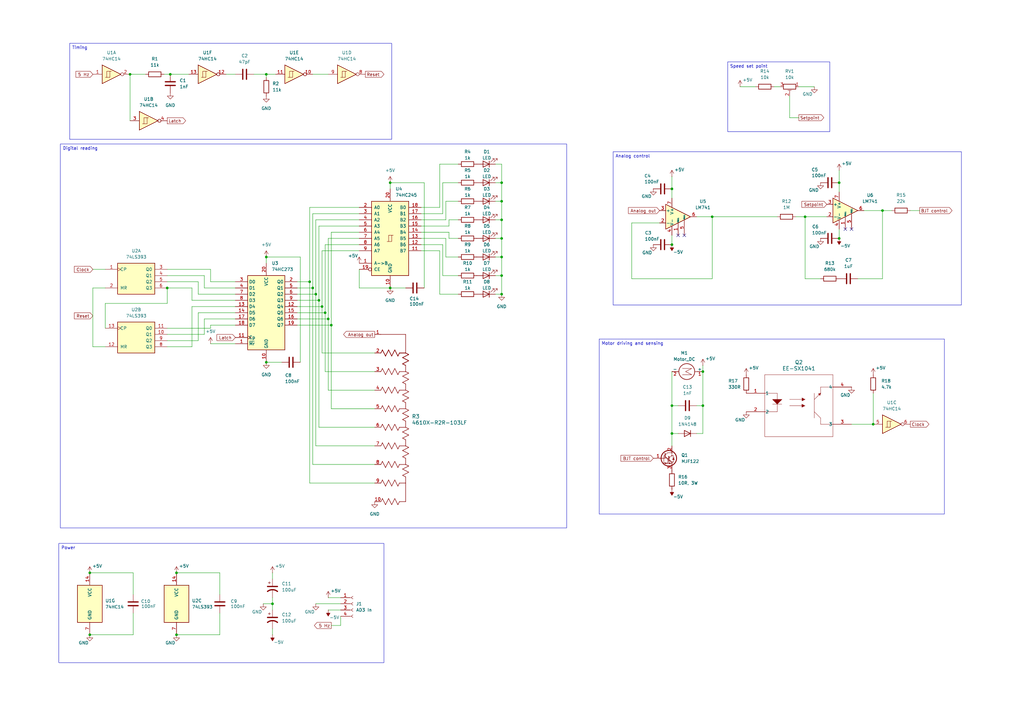
<source format=kicad_sch>
(kicad_sch (version 20250114) (generator "eeschema") (generator_version "9.0")
  (paper "A3")
  (title_block (title "ENPH-259-Servo") (date "2024-12-25") (rev "1") (company "George Sleen"))
  (text_box "Digital reading" (at 24.765 59.055 0) (size 207.645 157.48) (margins 0.9525 0.9525 0.9525 0.9525) (effects (font (size 1.27 1.27)) (justify left top)))
  (text_box "Motor driving and sensing\n" (at 245.745 139.065 0) (size 141.605 71.755) (margins 0.9525 0.9525 0.9525 0.9525) (effects (font (size 1.27 1.27)) (justify left top)))
  (text_box "Power" (at 24.13 222.885 0) (size 133.35 48.895) (margins 0.9525 0.9525 0.9525 0.9525) (effects (font (size 1.27 1.27)) (justify left top)))
  (text_box "Speed set point" (at 298.45 25.4 0) (size 41.91 28.575) (margins 0.9525 0.9525 0.9525 0.9525) (effects (font (size 1.27 1.27)) (justify left top)))
  (text_box "Analog control\n" (at 251.46 62.23 0) (size 142.875 62.865) (margins 0.9525 0.9525 0.9525 0.9525) (effects (font (size 1.27 1.27)) (justify left top)))
  (text_box "Timing" (at 28.575 17.78 0) (size 132.08 39.37) (margins 0.9525 0.9525 0.9525 0.9525) (effects (font (size 1.27 1.27)) (justify left top)))
  (junction (at 205.74 90.17))
  (junction (at 205.74 105.41))
  (junction (at 111.76 247.65))
  (junction (at 292.1 88.9))
  (junction (at 53.34 30.48))
  (junction (at 275.59 166.37))
  (junction (at 133.35 128.27))
  (junction (at 72.39 260.35))
  (junction (at 127 115.57))
  (junction (at 36.83 260.35))
  (junction (at 160.02 74.93))
  (junction (at 358.14 173.99))
  (junction (at 330.2 88.9))
  (junction (at 132.08 125.73))
  (junction (at 68.58 118.11))
  (junction (at 135.89 133.35))
  (junction (at 129.54 120.65))
  (junction (at 69.85 30.48))
  (junction (at 344.17 97.79))
  (junction (at 275.59 77.47))
  (junction (at 134.62 130.81))
  (junction (at 361.95 86.36))
  (junction (at 130.81 123.19))
  (junction (at 275.59 100.33))
  (junction (at 275.59 177.8))
  (junction (at 205.74 82.55))
  (junction (at 109.22 105.41))
  (junction (at 205.74 74.93))
  (junction (at 109.22 148.59))
  (junction (at 72.39 234.95))
  (junction (at 128.27 118.11))
  (junction (at 36.83 234.95))
  (junction (at 205.74 120.65))
  (junction (at 288.29 152.4))
  (junction (at 205.74 113.03))
  (junction (at 344.17 74.93))
  (junction (at 160.02 118.11))
  (junction (at 109.22 30.48))
  (junction (at 288.29 166.37))
  (junction (at 205.74 97.79))
  (no_connect (at 280.67 96.52))
  (no_connect (at 346.71 93.98))
  (no_connect (at 278.13 96.52))
  (no_connect (at 349.25 93.98))
  (wire (pts (xy 139.7 256.54) (xy 139.7 252.73)))
  (wire (pts (xy 317.5 35.56) (xy 320.04 35.56)))
  (wire (pts (xy 68.58 142.24) (xy 78.74 142.24)))
  (wire (pts (xy 259.08 114.3) (xy 292.1 114.3)))
  (wire (pts (xy 68.58 139.7) (xy 81.28 139.7)))
  (wire (pts (xy 205.74 120.65) (xy 203.2 120.65)))
  (wire (pts (xy 147.32 90.17) (xy 129.54 90.17)))
  (wire (pts (xy 184.15 97.79) (xy 184.15 95.25)))
  (wire (pts (xy 147.32 92.71) (xy 130.81 92.71)))
  (wire (pts (xy 205.74 82.55) (xy 205.74 90.17)))
  (wire (pts (xy 129.54 182.88) (xy 153.67 182.88)))
  (wire (pts (xy 181.61 87.63) (xy 172.72 87.63)))
  (wire (pts (xy 134.62 97.79) (xy 147.32 97.79)))
  (wire (pts (xy 127 85.09) (xy 127 115.57)))
  (wire (pts (xy 107.95 247.65) (xy 111.76 247.65)))
  (wire (pts (xy 205.74 105.41) (xy 205.74 113.03)))
  (wire (pts (xy 288.29 149.86) (xy 288.29 152.4)))
  (wire (pts (xy 68.58 115.57) (xy 81.28 115.57)))
  (wire (pts (xy 180.34 85.09) (xy 180.34 67.31)))
  (wire (pts (xy 86.36 115.57) (xy 96.52 115.57)))
  (wire (pts (xy 172.72 92.71) (xy 184.15 92.71)))
  (wire (pts (xy 303.53 35.56) (xy 309.88 35.56)))
  (wire (pts (xy 275.59 166.37) (xy 275.59 177.8)))
  (wire (pts (xy 129.54 120.65) (xy 129.54 182.88)))
  (wire (pts (xy 38.1 118.11) (xy 38.1 142.24)))
  (wire (pts (xy 133.35 100.33) (xy 133.35 128.27)))
  (wire (pts (xy 133.35 100.33) (xy 147.32 100.33)))
  (wire (pts (xy 129.54 247.65) (xy 139.7 247.65)))
  (wire (pts (xy 54.61 251.46) (xy 54.61 260.35)))
  (wire (pts (xy 344.17 97.79) (xy 344.17 93.98)))
  (wire (pts (xy 83.82 118.11) (xy 96.52 118.11)))
  (wire (pts (xy 135.89 133.35) (xy 135.89 167.64)))
  (wire (pts (xy 275.59 100.33) (xy 275.59 96.52)))
  (wire (pts (xy 135.89 167.64) (xy 153.67 167.64)))
  (wire (pts (xy 184.15 92.71) (xy 184.15 90.17)))
  (wire (pts (xy 133.35 128.27) (xy 133.35 152.4)))
  (wire (pts (xy 54.61 234.95) (xy 54.61 243.84)))
  (wire (pts (xy 147.32 85.09) (xy 127 85.09)))
  (wire (pts (xy 68.58 124.46) (xy 43.18 124.46)))
  (wire (pts (xy 109.22 105.41) (xy 123.19 105.41)))
  (wire (pts (xy 134.62 160.02) (xy 134.62 130.81)))
  (wire (pts (xy 361.95 86.36) (xy 361.95 114.3)))
  (wire (pts (xy 135.89 256.54) (xy 139.7 256.54)))
  (wire (pts (xy 187.96 74.93) (xy 181.61 74.93)))
  (wire (pts (xy 181.61 74.93) (xy 181.61 87.63)))
  (wire (pts (xy 205.74 113.03) (xy 205.74 120.65)))
  (wire (pts (xy 68.58 118.11) (xy 68.58 124.46)))
  (wire (pts (xy 129.54 90.17) (xy 129.54 120.65)))
  (wire (pts (xy 205.74 97.79) (xy 203.2 97.79)))
  (wire (pts (xy 81.28 128.27) (xy 96.52 128.27)))
  (wire (pts (xy 205.74 67.31) (xy 205.74 74.93)))
  (wire (pts (xy 68.58 118.11) (xy 78.74 118.11)))
  (wire (pts (xy 38.1 142.24) (xy 43.18 142.24)))
  (wire (pts (xy 205.74 74.93) (xy 205.74 82.55)))
  (wire (pts (xy 275.59 77.47) (xy 275.59 81.28)))
  (wire (pts (xy 288.29 166.37) (xy 288.29 177.8)))
  (wire (pts (xy 292.1 88.9) (xy 318.77 88.9)))
  (wire (pts (xy 78.74 123.19) (xy 96.52 123.19)))
  (wire (pts (xy 83.82 113.03) (xy 83.82 118.11)))
  (wire (pts (xy 128.27 118.11) (xy 121.92 118.11)))
  (wire (pts (xy 270.51 91.44) (xy 259.08 91.44)))
  (wire (pts (xy 330.2 114.3) (xy 336.55 114.3)))
  (wire (pts (xy 182.88 82.55) (xy 187.96 82.55)))
  (wire (pts (xy 275.59 166.37) (xy 278.13 166.37)))
  (wire (pts (xy 81.28 139.7) (xy 81.28 128.27)))
  (wire (pts (xy 172.72 102.87) (xy 180.34 102.87)))
  (wire (pts (xy 132.08 125.73) (xy 132.08 102.87)))
  (wire (pts (xy 184.15 90.17) (xy 187.96 90.17)))
  (wire (pts (xy 205.74 97.79) (xy 205.74 105.41)))
  (wire (pts (xy 275.59 152.4) (xy 275.59 166.37)))
  (wire (pts (xy 83.82 130.81) (xy 96.52 130.81)))
  (wire (pts (xy 147.32 87.63) (xy 128.27 87.63)))
  (wire (pts (xy 127 115.57) (xy 121.92 115.57)))
  (wire (pts (xy 111.76 237.49) (xy 111.76 234.95)))
  (wire (pts (xy 326.39 88.9) (xy 330.2 88.9)))
  (wire (pts (xy 377.19 86.36) (xy 373.38 86.36)))
  (wire (pts (xy 68.58 113.03) (xy 83.82 113.03)))
  (wire (pts (xy 275.59 177.8) (xy 275.59 182.88)))
  (wire (pts (xy 205.74 74.93) (xy 203.2 74.93)))
  (wire (pts (xy 81.28 115.57) (xy 81.28 120.65)))
  (wire (pts (xy 77.47 30.48) (xy 69.85 30.48)))
  (wire (pts (xy 127 115.57) (xy 127 198.12)))
  (wire (pts (xy 180.34 102.87) (xy 180.34 120.65)))
  (wire (pts (xy 111.76 245.11) (xy 111.76 247.65)))
  (wire (pts (xy 160.02 74.93) (xy 160.02 77.47)))
  (wire (pts (xy 86.36 134.62) (xy 86.36 133.35)))
  (wire (pts (xy 285.75 166.37) (xy 288.29 166.37)))
  (wire (pts (xy 288.29 177.8) (xy 285.75 177.8)))
  (wire (pts (xy 134.62 250.19) (xy 139.7 250.19)))
  (wire (pts (xy 160.02 118.11) (xy 166.37 118.11)))
  (wire (pts (xy 38.1 110.49) (xy 43.18 110.49)))
  (wire (pts (xy 130.81 175.26) (xy 153.67 175.26)))
  (wire (pts (xy 292.1 114.3) (xy 292.1 88.9)))
  (wire (pts (xy 86.36 140.97) (xy 96.52 140.97)))
  (wire (pts (xy 181.61 100.33) (xy 172.72 100.33)))
  (wire (pts (xy 205.74 105.41) (xy 203.2 105.41)))
  (wire (pts (xy 68.58 134.62) (xy 86.36 134.62)))
  (wire (pts (xy 330.2 88.9) (xy 330.2 114.3)))
  (wire (pts (xy 43.18 124.46) (xy 43.18 134.62)))
  (wire (pts (xy 90.17 260.35) (xy 90.17 251.46)))
  (wire (pts (xy 132.08 125.73) (xy 121.92 125.73)))
  (wire (pts (xy 123.19 105.41) (xy 123.19 148.59)))
  (wire (pts (xy 133.35 152.4) (xy 153.67 152.4)))
  (wire (pts (xy 365.76 86.36) (xy 361.95 86.36)))
  (wire (pts (xy 135.89 133.35) (xy 135.89 95.25)))
  (wire (pts (xy 182.88 97.79) (xy 172.72 97.79)))
  (wire (pts (xy 72.39 260.35) (xy 90.17 260.35)))
  (wire (pts (xy 288.29 152.4) (xy 288.29 166.37)))
  (wire (pts (xy 59.69 30.48) (xy 53.34 30.48)))
  (wire (pts (xy 134.62 130.81) (xy 134.62 97.79)))
  (wire (pts (xy 109.22 30.48) (xy 113.03 30.48)))
  (wire (pts (xy 96.52 30.48) (xy 92.71 30.48)))
  (wire (pts (xy 181.61 113.03) (xy 181.61 100.33)))
  (wire (pts (xy 344.17 69.85) (xy 344.17 74.93)))
  (wire (pts (xy 327.66 48.26) (xy 323.85 48.26)))
  (wire (pts (xy 130.81 92.71) (xy 130.81 123.19)))
  (wire (pts (xy 330.2 88.9) (xy 339.09 88.9)))
  (wire (pts (xy 134.62 30.48) (xy 128.27 30.48)))
  (wire (pts (xy 111.76 260.35) (xy 111.76 257.81)))
  (wire (pts (xy 109.22 105.41) (xy 109.22 107.95)))
  (wire (pts (xy 78.74 125.73) (xy 96.52 125.73)))
  (wire (pts (xy 129.54 120.65) (xy 121.92 120.65)))
  (wire (pts (xy 128.27 87.63) (xy 128.27 118.11)))
  (wire (pts (xy 334.01 35.56) (xy 327.66 35.56)))
  (wire (pts (xy 111.76 250.19) (xy 111.76 247.65)))
  (wire (pts (xy 172.72 85.09) (xy 180.34 85.09)))
  (wire (pts (xy 36.83 234.95) (xy 54.61 234.95)))
  (wire (pts (xy 130.81 123.19) (xy 121.92 123.19)))
  (wire (pts (xy 83.82 137.16) (xy 83.82 130.81)))
  (wire (pts (xy 358.14 173.99) (xy 349.25 173.99)))
  (wire (pts (xy 90.17 243.84) (xy 90.17 234.95)))
  (wire (pts (xy 160.02 118.11) (xy 147.32 118.11)))
  (wire (pts (xy 90.17 234.95) (xy 72.39 234.95)))
  (wire (pts (xy 184.15 95.25) (xy 172.72 95.25)))
  (wire (pts (xy 205.74 90.17) (xy 203.2 90.17)))
  (wire (pts (xy 187.96 113.03) (xy 181.61 113.03)))
  (wire (pts (xy 130.81 123.19) (xy 130.81 175.26)))
  (wire (pts (xy 134.62 130.81) (xy 121.92 130.81)))
  (wire (pts (xy 358.14 161.29) (xy 358.14 173.99)))
  (wire (pts (xy 160.02 74.93) (xy 173.99 74.93)))
  (wire (pts (xy 53.34 49.53) (xy 53.34 30.48)))
  (wire (pts (xy 128.27 190.5) (xy 153.67 190.5)))
  (wire (pts (xy 86.36 133.35) (xy 96.52 133.35)))
  (wire (pts (xy 205.74 113.03) (xy 203.2 113.03)))
  (wire (pts (xy 36.83 260.35) (xy 54.61 260.35)))
  (wire (pts (xy 172.72 90.17) (xy 182.88 90.17)))
  (wire (pts (xy 135.89 133.35) (xy 121.92 133.35)))
  (wire (pts (xy 361.95 86.36) (xy 354.33 86.36)))
  (wire (pts (xy 78.74 118.11) (xy 78.74 123.19)))
  (wire (pts (xy 153.67 160.02) (xy 134.62 160.02)))
  (wire (pts (xy 147.32 118.11) (xy 147.32 110.49)))
  (wire (pts (xy 187.96 105.41) (xy 182.88 105.41)))
  (wire (pts (xy 259.08 91.44) (xy 259.08 114.3)))
  (wire (pts (xy 69.85 30.48) (xy 67.31 30.48)))
  (wire (pts (xy 323.85 48.26) (xy 323.85 39.37)))
  (wire (pts (xy 109.22 148.59) (xy 115.57 148.59)))
  (wire (pts (xy 104.14 30.48) (xy 109.22 30.48)))
  (wire (pts (xy 275.59 72.39) (xy 275.59 77.47)))
  (wire (pts (xy 68.58 137.16) (xy 83.82 137.16)))
  (wire (pts (xy 187.96 97.79) (xy 184.15 97.79)))
  (wire (pts (xy 81.28 120.65) (xy 96.52 120.65)))
  (wire (pts (xy 351.79 114.3) (xy 361.95 114.3)))
  (wire (pts (xy 134.62 245.11) (xy 139.7 245.11)))
  (wire (pts (xy 275.59 177.8) (xy 278.13 177.8)))
  (wire (pts (xy 344.17 74.93) (xy 344.17 78.74)))
  (wire (pts (xy 182.88 90.17) (xy 182.88 82.55)))
  (wire (pts (xy 133.35 128.27) (xy 121.92 128.27)))
  (wire (pts (xy 128.27 118.11) (xy 128.27 190.5)))
  (wire (pts (xy 205.74 82.55) (xy 203.2 82.55)))
  (wire (pts (xy 285.75 88.9) (xy 292.1 88.9)))
  (wire (pts (xy 78.74 142.24) (xy 78.74 125.73)))
  (wire (pts (xy 132.08 144.78) (xy 132.08 125.73)))
  (wire (pts (xy 173.99 118.11) (xy 173.99 74.93)))
  (wire (pts (xy 205.74 90.17) (xy 205.74 97.79)))
  (wire (pts (xy 109.22 30.48) (xy 109.22 31.75)))
  (wire (pts (xy 205.74 67.31) (xy 203.2 67.31)))
  (wire (pts (xy 127 198.12) (xy 153.67 198.12)))
  (wire (pts (xy 180.34 120.65) (xy 187.96 120.65)))
  (wire (pts (xy 182.88 105.41) (xy 182.88 97.79)))
  (wire (pts (xy 135.89 95.25) (xy 147.32 95.25)))
  (wire (pts (xy 132.08 102.87) (xy 147.32 102.87)))
  (wire (pts (xy 68.58 110.49) (xy 86.36 110.49)))
  (wire (pts (xy 180.34 67.31) (xy 187.96 67.31)))
  (wire (pts (xy 86.36 110.49) (xy 86.36 115.57)))
  (wire (pts (xy 153.67 144.78) (xy 132.08 144.78)))
  (wire (pts (xy 43.18 118.11) (xy 38.1 118.11)))
  (global_label "BJT control" (shape output) (at 377.19 86.36 0) (property "Intersheetrefs" "${INTERSHEET_REFS}" (effects (hide yes))))
  (global_label "Setpoint" (shape output) (at 327.66 48.26 0) (property "Intersheetrefs" "${INTERSHEET_REFS}" (effects (hide yes))))
  (global_label "Setpoint" (shape input) (at 339.09 83.82 180) (property "Intersheetrefs" "${INTERSHEET_REFS}" (effects (hide yes))))
  (global_label "Latch" (shape output) (at 68.58 49.53 0) (property "Intersheetrefs" "${INTERSHEET_REFS}" (effects (hide yes))))
  (global_label "Analog out" (shape input) (at 270.51 86.36 180) (property "Intersheetrefs" "${INTERSHEET_REFS}" (effects (hide yes))))
  (global_label "5 Hz" (shape input) (at 38.1 30.48 180) (property "Intersheetrefs" "${INTERSHEET_REFS}" (effects (hide yes))))
  (global_label "Reset" (shape input) (at 38.1 129.54 180) (property "Intersheetrefs" "${INTERSHEET_REFS}" (effects (hide yes))))
  (global_label "Clock" (shape input) (at 38.1 110.49 180) (property "Intersheetrefs" "${INTERSHEET_REFS}" (effects (hide yes))))
  (global_label "Latch" (shape input) (at 96.52 138.43 180) (property "Intersheetrefs" "${INTERSHEET_REFS}" (effects (hide yes))))
  (global_label "Analog out" (shape output) (at 153.67 137.16 180) (property "Intersheetrefs" "${INTERSHEET_REFS}" (effects (hide yes))))
  (global_label "Clock" (shape output) (at 373.38 173.99 0) (property "Intersheetrefs" "${INTERSHEET_REFS}" (effects (hide yes))))
  (global_label "5 Hz" (shape output) (at 135.89 256.54 180) (property "Intersheetrefs" "${INTERSHEET_REFS}" (effects (hide yes))))
  (global_label "BJT control" (shape input) (at 267.97 187.96 180) (property "Intersheetrefs" "${INTERSHEET_REFS}" (effects (hide yes))))
  (global_label "Reset" (shape output) (at 149.86 30.48 0) (property "Intersheetrefs" "${INTERSHEET_REFS}" (effects (hide yes))))
  (symbol (lib_id "power:GND") (at 349.25 158.75 0) (unit 1)
    (property "Reference" "#PWR026" (effects (hide yes)))
    (property "Value" "GND" (at 346.71 162.052 0))
    (property "Description" "Power symbol creates a global label with name \"GND\" , ground" (effects (hide yes)))
  )
  (symbol (lib_id "power:GND") (at 306.07 168.91 0) (unit 1)
    (property "Reference" "#PWR023" (effects (hide yes)))
    (property "Value" "GND" (at 303.53 172.212 0))
    (property "Description" "Power symbol creates a global label with name \"GND\" , ground" (effects (hide yes)))
  )
  (symbol (lib_id "Device:R") (at 340.36 114.3 90) (unit 1)
    (property "Reference" "R13" (at 340.36 107.95 90))
    (property "Value" "680k" (at 340.36 110.49 90))
    (property "Footprint" "Resistor_THT:R_Axial_DIN0309_L9.0mm_D3.2mm_P12.70mm_Horizontal" (effects (hide yes)))
    (property "Description" "Resistor" (effects (hide yes)))
  )
  (symbol (lib_id "Device:R") (at 191.77 105.41 90) (unit 1)
    (property "Reference" "R9" (at 191.77 100.33 90))
    (property "Value" "1k" (at 191.77 102.87 90))
    (property "Footprint" "Resistor_THT:R_Axial_DIN0309_L9.0mm_D3.2mm_P12.70mm_Horizontal" (effects (hide yes)))
    (property "Description" "Resistor" (effects (hide yes)))
  )
  (symbol (lib_id "Device:C") (at 340.36 97.79 270) (unit 1)
    (property "Reference" "C6" (at 335.788 92.964 90) (effects (justify right)))
    (property "Value" "100nF" (at 339.09 95.504 90) (effects (justify right)))
    (property "Footprint" "Capacitor_THT:C_Rect_L7.0mm_W2.5mm_P5.00mm" (effects (hide yes)))
    (property "Description" "Unpolarized capacitor" (effects (hide yes)))
  )
  (symbol (lib_id "Device:C") (at 340.36 74.93 270) (unit 1)
    (property "Reference" "C5" (at 335.534 69.596 90) (effects (justify right)))
    (property "Value" "100nF" (at 338.963 72.0091 90) (effects (justify right)))
    (property "Footprint" "Capacitor_THT:C_Rect_L7.0mm_W2.5mm_P5.00mm" (effects (hide yes)))
    (property "Description" "Unpolarized capacitor" (effects (hide yes)))
  )
  (symbol (lib_id "power:+5V") (at 109.22 105.41 0) (unit 1)
    (property "Reference" "#PWR04" (effects (hide yes)))
    (property "Value" "+5V" (at 109.22 100.33 0))
    (property "Description" "Power symbol creates a global label with name \"+5V\"" (effects (hide yes)))
  )
  (symbol (lib_id "Device:R_Potentiometer_Trim") (at 323.85 35.56 270) (unit 1)
    (property "Reference" "RV1" (at 323.85 29.21 90))
    (property "Value" "10k" (at 323.85 31.75 90))
    (property "Footprint" "Potentiometer_THT:Potentiometer_Bourns_3296W_Vertical" (effects (hide yes)))
    (property "Description" "Trim-potentiometer" (effects (hide yes)))
  )
  (symbol (lib_id "power:GND") (at 109.22 148.59 0) (unit 1)
    (property "Reference" "#PWR05" (effects (hide yes)))
    (property "Value" "GND" (at 109.22 153.67 0))
    (property "Description" "Power symbol creates a global label with name \"GND\" , ground" (effects (hide yes)))
  )
  (symbol (lib_id "Device:C") (at 54.61 247.65 0) (unit 1)
    (property "Reference" "C10" (at 61.722 246.634 0) (effects (justify right)))
    (property "Value" "100nF" (at 64.008 248.666 0) (effects (justify right)))
    (property "Footprint" "Capacitor_THT:C_Rect_L7.0mm_W2.5mm_P5.00mm" (effects (hide yes)))
    (property "Description" "Unpolarized capacitor" (effects (hide yes)))
  )
  (symbol (lib_id "74xx:74HC14") (at 45.72 30.48 0) (unit 1)
    (property "Reference" "U1" (at 45.72 21.59 0))
    (property "Value" "74HC14" (at 45.72 24.13 0))
    (property "Footprint" "Package_DIP:DIP-14_W7.62mm_Socket" (effects (hide yes)))
    (property "Datasheet" "http://www.ti.com/lit/gpn/sn74HC14" (effects (hide yes)))
    (property "Description" "Hex inverter schmitt trigger" (effects (hide yes)))
  )
  (symbol (lib_id "power:-5V") (at 134.62 250.19 180) (unit 1)
    (property "Reference" "#PWR038" (effects (hide yes)))
    (property "Value" "-5V" (at 137.16 253.238 0))
    (property "Description" "Power symbol creates a global label with name \"-5V\"" (effects (hide yes)))
  )
  (symbol (lib_id "power:GND") (at 160.02 118.11 0) (unit 1)
    (property "Reference" "#PWR07" (effects (hide yes)))
    (property "Value" "GND" (at 160.02 123.19 0))
    (property "Description" "Power symbol creates a global label with name \"GND\" , ground" (effects (hide yes)))
  )
  (symbol (lib_id "power:GND") (at 107.95 247.65 0) (unit 1)
    (property "Reference" "#PWR032" (effects (hide yes)))
    (property "Value" "GND" (at 105.41 250.952 0))
    (property "Description" "Power symbol creates a global label with name \"GND\" , ground" (effects (hide yes)))
  )
  (symbol (lib_id "Device:C") (at 271.78 77.47 270) (unit 1)
    (property "Reference" "C4" (at 266.954 72.136 90) (effects (justify right)))
    (property "Value" "100nF" (at 270.383 74.5491 90) (effects (justify right)))
    (property "Footprint" "Capacitor_THT:C_Rect_L7.0mm_W2.5mm_P5.00mm" (effects (hide yes)))
    (property "Description" "Unpolarized capacitor" (effects (hide yes)))
  )
  (symbol (lib_id "74xx:74LS393") (at 55.88 137.16 0) (unit 2)
    (property "Reference" "U2" (at 55.88 127 0))
    (property "Value" "74LS393" (at 55.88 129.54 0))
    (property "Footprint" "Package_DIP:DIP-14_W7.62mm_Socket" (effects (hide yes)))
    (property "Datasheet" "74xx\\74LS393.pdf" (effects (hide yes)))
    (property "Description" "Dual BCD 4-bit counter" (effects (hide yes)))
  )
  (symbol (lib_id "74xx:74LS393") (at 72.39 247.65 0) (unit 3)
    (property "Reference" "U2" (at 78.74 246.3799 0) (effects (justify left)))
    (property "Value" "74LS393" (at 78.74 248.9199 0) (effects (justify left)))
    (property "Footprint" "Package_DIP:DIP-14_W7.62mm_Socket" (effects (hide yes)))
    (property "Datasheet" "74xx\\74LS393.pdf" (effects (hide yes)))
    (property "Description" "Dual BCD 4-bit counter" (effects (hide yes)))
  )
  (symbol (lib_id "power:+5V") (at 160.02 74.93 0) (unit 1)
    (property "Reference" "#PWR06" (effects (hide yes)))
    (property "Value" "+5V" (at 160.02 69.85 0))
    (property "Description" "Power symbol creates a global label with name \"+5V\"" (effects (hide yes)))
  )
  (symbol (lib_id "Device:R") (at 275.59 196.85 0) (unit 1)
    (property "Reference" "R16" (at 278.13 195.5799 0) (effects (justify left)))
    (property "Value" "10R, 3W" (at 278.13 198.1199 0) (effects (justify left)))
    (property "Footprint" "Resistor_THT:R_Axial_DIN0414_L11.9mm_D4.5mm_P15.24mm_Horizontal" (effects (hide yes)))
    (property "Description" "Resistor" (effects (hide yes)))
  )
  (symbol (lib_id "enph253_components:EE-SX1041") (at 306.07 161.29 0) (unit 1)
    (property "Reference" "Q2" (at 327.66 148.59 0) (effects (font (size 1.524 1.524))))
    (property "Value" "EE-SX1041" (at 327.66 151.13 0) (effects (font (size 1.524 1.524))))
    (property "Footprint" "Connector_PinSocket_2.54mm:PinSocket_1x04_P2.54mm_Vertical" (effects (hide yes)))
    (property "Datasheet" "https://omronfs.omron.com/en_US/ecb/products/pdf/en-ee_sx1041.pdf" (effects (hide yes)))
    (property "Description" "Photomicrosensor (Transmissive) " (effects (hide yes)))
  )
  (symbol (lib_id "Device:LED") (at 199.39 90.17 180) (unit 1)
    (property "Reference" "D4" (at 199.644 85.09 0))
    (property "Value" "LED" (at 199.644 87.63 0))
    (property "Footprint" "LED_THT:LED_D5.0mm" (effects (hide yes)))
    (property "Description" "Light emitting diode" (effects (hide yes)))
  )
  (symbol (lib_id "74xx:74HC14") (at 365.76 173.99 0) (unit 3)
    (property "Reference" "U1" (at 365.76 165.1 0))
    (property "Value" "74HC14" (at 365.76 167.64 0))
    (property "Footprint" "Package_DIP:DIP-14_W7.62mm_Socket" (effects (hide yes)))
    (property "Datasheet" "http://www.ti.com/lit/gpn/sn74HC14" (effects (hide yes)))
    (property "Description" "Hex inverter schmitt trigger" (effects (hide yes)))
  )
  (symbol (lib_id "power:+5V") (at 72.39 234.95 0) (unit 1)
    (property "Reference" "#PWR027" (effects (hide yes)))
    (property "Value" "+5V" (at 75.438 232.156 0))
    (property "Description" "Power symbol creates a global label with name \"+5V\"" (effects (hide yes)))
  )
  (symbol (lib_id "power:GND") (at 267.97 100.33 0) (unit 1)
    (property "Reference" "#PWR013" (effects (hide yes)))
    (property "Value" "GND" (at 265.43 103.632 0))
    (property "Description" "Power symbol creates a global label with name \"GND\" , ground" (effects (hide yes)))
  )
  (symbol (lib_id "power:-5V") (at 275.59 100.33 180) (unit 1)
    (property "Reference" "#PWR011" (effects (hide yes)))
    (property "Value" "-5V" (at 278.13 103.378 0))
    (property "Description" "Power symbol creates a global label with name \"-5V\"" (effects (hide yes)))
  )
  (symbol (lib_id "Device:C") (at 100.33 30.48 90) (unit 1)
    (property "Reference" "C2" (at 100.33 22.86 90))
    (property "Value" "47pF" (at 100.33 25.4 90))
    (property "Footprint" "Capacitor_THT:C_Disc_D3.0mm_W1.6mm_P2.50mm" (effects (hide yes)))
    (property "Description" "Unpolarized capacitor" (effects (hide yes)))
  )
  (symbol (lib_id "power:+5V") (at 358.14 153.67 0) (unit 1)
    (property "Reference" "#PWR025" (effects (hide yes)))
    (property "Value" "+5V" (at 361.188 150.876 0))
    (property "Description" "Power symbol creates a global label with name \"+5V\"" (effects (hide yes)))
  )
  (symbol (lib_id "74xx:74LS393") (at 55.88 113.03 0) (unit 1)
    (property "Reference" "U2" (at 55.88 102.87 0))
    (property "Value" "74LS393" (at 55.88 105.41 0))
    (property "Footprint" "Package_DIP:DIP-14_W7.62mm_Socket" (effects (hide yes)))
    (property "Datasheet" "74xx\\74LS393.pdf" (effects (hide yes)))
    (property "Description" "Dual BCD 4-bit counter" (effects (hide yes)))
  )
  (symbol (lib_id "74xx:74HC14") (at 60.96 49.53 0) (unit 2)
    (property "Reference" "U1" (at 60.96 40.64 0))
    (property "Value" "74HC14" (at 60.96 43.18 0))
    (property "Footprint" "Package_DIP:DIP-14_W7.62mm_Socket" (effects (hide yes)))
    (property "Datasheet" "http://www.ti.com/lit/gpn/sn74HC14" (effects (hide yes)))
    (property "Description" "Hex inverter schmitt trigger" (effects (hide yes)))
  )
  (symbol (lib_id "Device:R") (at 191.77 97.79 90) (unit 1)
    (property "Reference" "R8" (at 191.77 92.71 90))
    (property "Value" "1k" (at 191.77 95.25 90))
    (property "Footprint" "Resistor_THT:R_Axial_DIN0309_L9.0mm_D3.2mm_P12.70mm_Horizontal" (effects (hide yes)))
    (property "Description" "Resistor" (effects (hide yes)))
  )
  (symbol (lib_id "power:GND") (at 205.74 120.65 0) (unit 1)
    (property "Reference" "#PWR09" (effects (hide yes)))
    (property "Value" "GND" (at 205.74 125.73 0))
    (property "Description" "Power symbol creates a global label with name \"GND\" , ground" (effects (hide yes)))
  )
  (symbol (lib_id "power:+5V") (at 306.07 153.67 0) (unit 1)
    (property "Reference" "#PWR024" (effects (hide yes)))
    (property "Value" "+5V" (at 309.118 150.876 0))
    (property "Description" "Power symbol creates a global label with name \"+5V\"" (effects (hide yes)))
  )
  (symbol (lib_id "power:GND") (at 267.97 77.47 0) (unit 1)
    (property "Reference" "#PWR014" (effects (hide yes)))
    (property "Value" "GND" (at 265.176 80.518 0))
    (property "Description" "Power symbol creates a global label with name \"GND\" , ground" (effects (hide yes)))
  )
  (symbol (lib_id "Device:R") (at 109.22 35.56 180) (unit 1)
    (property "Reference" "R2" (at 111.76 34.2899 0) (effects (justify right)))
    (property "Value" "11k" (at 111.76 36.8299 0) (effects (justify right)))
    (property "Footprint" "Resistor_THT:R_Axial_DIN0309_L9.0mm_D3.2mm_P12.70mm_Horizontal" (effects (hide yes)))
    (property "Description" "Resistor" (effects (hide yes)))
  )
  (symbol (lib_id "power:GND") (at 336.55 74.93 0) (unit 1)
    (property "Reference" "#PWR015" (effects (hide yes)))
    (property "Value" "GND" (at 333.756 77.978 0))
    (property "Description" "Power symbol creates a global label with name \"GND\" , ground" (effects (hide yes)))
  )
  (symbol (lib_id "power:+5V") (at 111.76 234.95 0) (unit 1)
    (property "Reference" "#PWR031" (effects (hide yes)))
    (property "Value" "+5V" (at 114.808 232.156 0))
    (property "Description" "Power symbol creates a global label with name \"+5V\"" (effects (hide yes)))
  )
  (symbol (lib_id "Device:C") (at 90.17 247.65 0) (unit 1)
    (property "Reference" "C9" (at 97.282 246.634 0) (effects (justify right)))
    (property "Value" "100nF" (at 100.6475 248.7295 0) (effects (justify right)))
    (property "Footprint" "Capacitor_THT:C_Rect_L7.0mm_W2.5mm_P5.00mm" (effects (hide yes)))
    (property "Description" "Unpolarized capacitor" (effects (hide yes)))
  )
  (symbol (lib_id "power:+5V") (at 275.59 72.39 0) (unit 1)
    (property "Reference" "#PWR010" (effects (hide yes)))
    (property "Value" "+5V" (at 278.638 69.596 0))
    (property "Description" "Power symbol creates a global label with name \"+5V\"" (effects (hide yes)))
  )
  (symbol (lib_id "Device:C") (at 69.85 34.29 0) (unit 1)
    (property "Reference" "C1" (at 73.66 33.0199 0) (effects (justify left)))
    (property "Value" "1nF" (at 73.66 35.5599 0) (effects (justify left)))
    (property "Footprint" "Capacitor_THT:C_Rect_L7.0mm_W2.5mm_P5.00mm" (effects (hide yes)))
    (property "Description" "Unpolarized capacitor" (effects (hide yes)))
  )
  (symbol (lib_id "Device:LED") (at 199.39 67.31 180) (unit 1)
    (property "Reference" "D1" (at 199.644 62.23 0))
    (property "Value" "LED" (at 199.644 64.77 0))
    (property "Footprint" "LED_THT:LED_D5.0mm" (effects (hide yes)))
    (property "Description" "Light emitting diode" (effects (hide yes)))
  )
  (symbol (lib_id "74xx:74HC14") (at 36.83 247.65 0) (unit 7)
    (property "Reference" "U1" (at 43.18 246.3799 0) (effects (justify left)))
    (property "Value" "74HC14" (at 43.18 248.9199 0) (effects (justify left)))
    (property "Footprint" "Package_DIP:DIP-14_W7.62mm_Socket" (effects (hide yes)))
    (property "Datasheet" "http://www.ti.com/lit/gpn/sn74HC14" (effects (hide yes)))
    (property "Description" "Hex inverter schmitt trigger" (effects (hide yes)))
  )
  (symbol (lib_id "74xx:74HC273") (at 109.22 128.27 0) (unit 1)
    (property "Reference" "U3" (at 111.4141 107.95 0) (effects (justify left)))
    (property "Value" "74HC273" (at 111.4141 110.49 0) (effects (justify left)))
    (property "Footprint" "Package_DIP:DIP-20_W7.62mm_Socket" (effects (hide yes)))
    (property "Datasheet" "https://assets.nexperia.com/documents/data-sheet/74HC_HCT273.pdf" (effects (hide yes)))
    (property "Description" "8-bit D Flip-Flop, reset" (effects (hide yes)))
  )
  (symbol (lib_id "power:GND") (at 129.54 247.65 0) (unit 1)
    (property "Reference" "#PWR037" (effects (hide yes)))
    (property "Value" "GND" (at 127 250.952 0))
    (property "Description" "Power symbol creates a global label with name \"GND\" , ground" (effects (hide yes)))
  )
  (symbol (lib_id "Device:R") (at 369.57 86.36 90) (unit 1)
    (property "Reference" "R15" (at 369.57 80.01 90))
    (property "Value" "22k" (at 369.57 82.55 90))
    (property "Footprint" "Resistor_THT:R_Axial_DIN0309_L9.0mm_D3.2mm_P12.70mm_Horizontal" (effects (hide yes)))
    (property "Description" "Resistor" (effects (hide yes)))
  )
  (symbol (lib_id "Device:R") (at 191.77 120.65 90) (unit 1)
    (property "Reference" "R11" (at 191.77 115.57 90))
    (property "Value" "1k" (at 191.77 118.11 90))
    (property "Footprint" "Resistor_THT:R_Axial_DIN0309_L9.0mm_D3.2mm_P12.70mm_Horizontal" (effects (hide yes)))
    (property "Description" "Resistor" (effects (hide yes)))
  )
  (symbol (lib_id "74xx:74HC14") (at 120.65 30.48 0) (unit 5)
    (property "Reference" "U1" (at 120.65 21.59 0))
    (property "Value" "74HC14" (at 120.65 24.13 0))
    (property "Footprint" "Package_DIP:DIP-14_W7.62mm_Socket" (effects (hide yes)))
    (property "Datasheet" "http://www.ti.com/lit/gpn/sn74HC14" (effects (hide yes)))
    (property "Description" "Hex inverter schmitt trigger" (effects (hide yes)))
  )
  (symbol (lib_id "Transistor_BJT:TIP122") (at 273.05 187.96 0) (unit 1)
    (property "Reference" "Q1" (at 279.4 186.6899 0) (effects (justify left)))
    (property "Value" "MJF122" (at 279.4 189.2299 0) (effects (justify left)))
    (property "Footprint" "Package_TO_SOT_THT:TO-220-3_Vertical" (effects (hide yes)))
    (property "Datasheet" "https://www.onsemi.com/pub/Collateral/TIP120-D.PDF" (effects (hide yes)))
    (property "Description" "5A Ic, 100V Vce, Silicon Darlington Power NPN Transistor, TO-220" (effects (hide yes)))
  )
  (symbol (lib_id "Device:R") (at 313.69 35.56 90) (unit 1)
    (property "Reference" "R14" (at 313.69 29.21 90))
    (property "Value" "10k" (at 313.69 31.75 90))
    (property "Footprint" "Resistor_THT:R_Axial_DIN0309_L9.0mm_D3.2mm_P12.70mm_Horizontal" (effects (hide yes)))
    (property "Description" "Resistor" (effects (hide yes)))
  )
  (symbol (lib_id "power:-5V") (at 344.17 97.79 180) (unit 1)
    (property "Reference" "#PWR018" (effects (hide yes)))
    (property "Value" "-5V" (at 346.71 100.838 0))
    (property "Description" "Power symbol creates a global label with name \"-5V\"" (effects (hide yes)))
  )
  (symbol (lib_id "Device:LED") (at 199.39 120.65 180) (unit 1)
    (property "Reference" "D8" (at 199.644 115.57 0))
    (property "Value" "LED" (at 199.644 118.11 0))
    (property "Footprint" "LED_THT:LED_D5.0mm" (effects (hide yes)))
    (property "Description" "Light emitting diode" (effects (hide yes)))
  )
  (symbol (lib_id "power:+5V") (at 36.83 234.95 0) (unit 1)
    (property "Reference" "#PWR028" (effects (hide yes)))
    (property "Value" "+5V" (at 39.878 232.156 0))
    (property "Description" "Power symbol creates a global label with name \"+5V\"" (effects (hide yes)))
  )
  (symbol (lib_id "74xx:74HC245") (at 160.02 97.79 0) (unit 1)
    (property "Reference" "U4" (at 162.2141 77.47 0) (effects (justify left)))
    (property "Value" "74HC245" (at 162.2141 80.01 0) (effects (justify left)))
    (property "Footprint" "Package_DIP:DIP-20_W7.62mm_Socket" (effects (hide yes)))
    (property "Datasheet" "http://www.ti.com/lit/gpn/sn74HC245" (effects (hide yes)))
    (property "Description" "Octal BUS Transceivers, 3-State outputs" (effects (hide yes)))
  )
  (symbol (lib_id "power:+5V") (at 344.17 69.85 0) (unit 1)
    (property "Reference" "#PWR017" (effects (hide yes)))
    (property "Value" "+5V" (at 347.218 67.056 0))
    (property "Description" "Power symbol creates a global label with name \"+5V\"" (effects (hide yes)))
  )
  (symbol (lib_id "Device:LED") (at 199.39 105.41 180) (unit 1)
    (property "Reference" "D6" (at 199.644 100.33 0))
    (property "Value" "LED" (at 199.644 102.87 0))
    (property "Footprint" "LED_THT:LED_D5.0mm" (effects (hide yes)))
    (property "Description" "Light emitting diode" (effects (hide yes)))
  )
  (symbol (lib_id "Amplifier_Operational:LM741") (at 278.13 88.9 0) (unit 1)
    (property "Reference" "U5" (at 288.29 82.5814 0))
    (property "Value" "LM741" (at 288.29 85.1214 0))
    (property "Footprint" "Package_DIP:DIP-8_W7.62mm_Socket" (effects (hide yes)))
    (property "Datasheet" "http://www.ti.com/lit/ds/symlink/lm741.pdf" (effects (hide yes)))
    (property "Description" "Operational Amplifier, DIP-8/TO-99-8" (effects (hide yes)))
  )
  (symbol (lib_id "power:GND") (at 153.67 205.74 0) (unit 1)
    (property "Reference" "#PWR08" (effects (hide yes)))
    (property "Value" "GND" (at 153.67 210.82 0))
    (property "Description" "Power symbol creates a global label with name \"GND\" , ground" (effects (hide yes)))
  )
  (symbol (lib_id "power:-5V") (at 275.59 200.66 180) (unit 1)
    (property "Reference" "#PWR021" (effects (hide yes)))
    (property "Value" "-5V" (at 278.13 203.708 0))
    (property "Description" "Power symbol creates a global label with name \"-5V\"" (effects (hide yes)))
  )
  (symbol (lib_id "Device:R") (at 191.77 90.17 90) (unit 1)
    (property "Reference" "R7" (at 191.77 85.09 90))
    (property "Value" "1k" (at 191.77 87.63 90))
    (property "Footprint" "Resistor_THT:R_Axial_DIN0309_L9.0mm_D3.2mm_P12.70mm_Horizontal" (effects (hide yes)))
    (property "Description" "Resistor" (effects (hide yes)))
  )
  (symbol (lib_id "Device:C_Polarized_US") (at 111.76 241.3 0) (unit 1)
    (property "Reference" "C11" (at 115.57 239.3949 0) (effects (justify left)))
    (property "Value" "100uF" (at 115.57 241.9349 0) (effects (justify left)))
    (property "Footprint" "Capacitor_THT:CP_Radial_D6.3mm_P2.50mm" (effects (hide yes)))
    (property "Description" "Polarized capacitor, US symbol" (effects (hide yes)))
  )
  (symbol (lib_id "power:+5V") (at 147.32 107.95 0) (unit 1)
    (property "Reference" "#PWR012" (effects (hide yes)))
    (property "Value" "+5V" (at 144.78 104.902 0))
    (property "Description" "Power symbol creates a global label with name \"+5V\"" (effects (hide yes)))
  )
  (symbol (lib_id "power:+5V") (at 288.29 149.86 0) (unit 1)
    (property "Reference" "#PWR022" (effects (hide yes)))
    (property "Value" "+5V" (at 291.338 147.066 0))
    (property "Description" "Power symbol creates a global label with name \"+5V\"" (effects (hide yes)))
  )
  (symbol (lib_id "Device:C_Polarized_US") (at 111.76 254 0) (unit 1)
    (property "Reference" "C12" (at 115.57 252.0949 0) (effects (justify left)))
    (property "Value" "100uF" (at 115.57 254.6349 0) (effects (justify left)))
    (property "Footprint" "Capacitor_THT:CP_Radial_D6.3mm_P2.50mm" (effects (hide yes)))
    (property "Description" "Polarized capacitor, US symbol" (effects (hide yes)))
  )
  (symbol (lib_id "Device:R") (at 191.77 82.55 90) (unit 1)
    (property "Reference" "R6" (at 191.77 77.47 90))
    (property "Value" "1k" (at 191.77 80.01 90))
    (property "Footprint" "Resistor_THT:R_Axial_DIN0309_L9.0mm_D3.2mm_P12.70mm_Horizontal" (effects (hide yes)))
    (property "Description" "Resistor" (effects (hide yes)))
  )
  (symbol (lib_id "Device:R") (at 358.14 157.48 180) (unit 1)
    (property "Reference" "R18" (at 361.442 156.21 0) (effects (justify right)))
    (property "Value" "4.7k" (at 361.442 158.75 0) (effects (justify right)))
    (property "Footprint" "Resistor_THT:R_Axial_DIN0309_L9.0mm_D3.2mm_P12.70mm_Horizontal" (effects (hide yes)))
    (property "Description" "Resistor" (effects (hide yes)))
  )
  (symbol (lib_id "Device:C") (at 119.38 148.59 270) (unit 1)
    (property "Reference" "C8" (at 119.634 153.924 90) (effects (justify right)))
    (property "Value" "100nF" (at 122.936 156.464 90) (effects (justify right)))
    (property "Footprint" "Capacitor_THT:C_Rect_L7.0mm_W2.5mm_P5.00mm" (effects (hide yes)))
    (property "Description" "Unpolarized capacitor" (effects (hide yes)))
  )
  (symbol (lib_id "Amplifier_Operational:LM741") (at 346.71 86.36 0) (unit 1)
    (property "Reference" "U6" (at 356.87 80.0414 0))
    (property "Value" "LM741" (at 356.87 82.5814 0))
    (property "Footprint" "Package_DIP:DIP-8_W7.62mm_Socket" (effects (hide yes)))
    (property "Datasheet" "http://www.ti.com/lit/ds/symlink/lm741.pdf" (effects (hide yes)))
    (property "Description" "Operational Amplifier, DIP-8/TO-99-8" (effects (hide yes)))
  )
  (symbol (lib_id "Device:C") (at 347.98 114.3 90) (unit 1)
    (property "Reference" "C7" (at 347.98 106.68 90))
    (property "Value" "1uF" (at 347.98 109.22 90))
    (property "Footprint" "Capacitor_THT:C_Rect_L10.3mm_W5.0mm_P7.50mm_MKS4" (effects (hide yes)))
    (property "Description" "Unpolarized capacitor" (effects (hide yes)))
  )
  (symbol (lib_id "Device:R") (at 63.5 30.48 90) (unit 1)
    (property "Reference" "R1" (at 63.5 24.13 90))
    (property "Value" "11k" (at 63.5 26.67 90))
    (property "Footprint" "Resistor_THT:R_Axial_DIN0309_L9.0mm_D3.2mm_P12.70mm_Horizontal" (effects (hide yes)))
    (property "Description" "Resistor" (effects (hide yes)))
  )
  (symbol (lib_id "Device:LED") (at 199.39 74.93 180) (unit 1)
    (property "Reference" "D2" (at 199.644 69.85 0))
    (property "Value" "LED" (at 199.644 72.39 0))
    (property "Footprint" "LED_THT:LED_D5.0mm" (effects (hide yes)))
    (property "Description" "Light emitting diode" (effects (hide yes)))
  )
  (symbol (lib_id "Device:C") (at 170.18 118.11 90) (unit 1)
    (property "Reference" "C14" (at 167.9575 122.4915 90) (effects (justify right)))
    (property "Value" "100nF" (at 167.894 124.714 90) (effects (justify right)))
    (property "Footprint" "Capacitor_THT:C_Rect_L7.0mm_W2.5mm_P5.00mm" (effects (hide yes)))
    (property "Description" "Unpolarized capacitor" (effects (hide yes)))
  )
  (symbol (lib_id "74xx:74HC14") (at 142.24 30.48 0) (unit 4)
    (property "Reference" "U1" (at 142.24 21.59 0))
    (property "Value" "74HC14" (at 142.24 24.13 0))
    (property "Footprint" "Package_DIP:DIP-14_W7.62mm_Socket" (effects (hide yes)))
    (property "Datasheet" "http://www.ti.com/lit/gpn/sn74HC14" (effects (hide yes)))
    (property "Description" "Hex inverter schmitt trigger" (effects (hide yes)))
  )
  (symbol (lib_id "Device:C") (at 271.78 100.33 270) (unit 1)
    (property "Reference" "C3" (at 267.208 95.504 90) (effects (justify right)))
    (property "Value" "100nF" (at 270.51 98.044 90) (effects (justify right)))
    (property "Footprint" "Capacitor_THT:C_Rect_L7.0mm_W2.5mm_P5.00mm" (effects (hide yes)))
    (property "Description" "Unpolarized capacitor" (effects (hide yes)))
  )
  (symbol (lib_id "power:GND") (at 334.01 35.56 0) (unit 1)
    (property "Reference" "#PWR019" (effects (hide yes)))
    (property "Value" "GND" (at 331.216 38.608 0))
    (property "Description" "Power symbol creates a global label with name \"GND\" , ground" (effects (hide yes)))
  )
  (symbol (lib_id "Device:LED") (at 199.39 82.55 180) (unit 1)
    (property "Reference" "D3" (at 199.644 77.47 0))
    (property "Value" "LED" (at 199.644 80.01 0))
    (property "Footprint" "LED_THT:LED_D5.0mm" (effects (hide yes)))
    (property "Description" "Light emitting diode" (effects (hide yes)))
  )
  (symbol (lib_id "Device:LED") (at 199.39 113.03 180) (unit 1)
    (property "Reference" "D7" (at 199.644 107.95 0))
    (property "Value" "LED" (at 199.644 110.49 0))
    (property "Footprint" "LED_THT:LED_D5.0mm" (effects (hide yes)))
    (property "Description" "Light emitting diode" (effects (hide yes)))
  )
  (symbol (lib_id "power:-5V") (at 111.76 260.35 180) (unit 1)
    (property "Reference" "#PWR033" (effects (hide yes)))
    (property "Value" "-5V" (at 114.3 263.398 0))
    (property "Description" "Power symbol creates a global label with name \"-5V\"" (effects (hide yes)))
  )
  (symbol (lib_id "power:GND") (at 109.22 39.37 0) (unit 1)
    (property "Reference" "#PWR02" (effects (hide yes)))
    (property "Value" "GND" (at 109.22 44.45 0))
    (property "Description" "Power symbol creates a global label with name \"GND\" , ground" (effects (hide yes)))
  )
  (symbol (lib_id "Device:R") (at 191.77 113.03 90) (unit 1)
    (property "Reference" "R10" (at 191.77 107.95 90))
    (property "Value" "1k" (at 191.77 110.49 90))
    (property "Footprint" "Resistor_THT:R_Axial_DIN0309_L9.0mm_D3.2mm_P12.70mm_Horizontal" (effects (hide yes)))
    (property "Description" "Resistor" (effects (hide yes)))
  )
  (symbol (lib_id "power:+5V") (at 86.36 140.97 0) (unit 1)
    (property "Reference" "#PWR03" (effects (hide yes)))
    (property "Value" "+5V" (at 86.36 135.89 0))
    (property "Description" "Power symbol creates a global label with name \"+5V\"" (effects (hide yes)))
  )
  (symbol (lib_id "power:GND") (at 36.83 260.35 0) (unit 1)
    (property "Reference" "#PWR030" (effects (hide yes)))
    (property "Value" "GND" (at 34.29 263.652 0))
    (property "Description" "Power symbol creates a global label with name \"GND\" , ground" (effects (hide yes)))
  )
  (symbol (lib_id "Motor:Motor_DC") (at 283.21 152.4 270) (unit 1)
    (property "Reference" "M1" (at 280.67 144.78 90))
    (property "Value" "Motor_DC" (at 280.67 147.32 90))
    (property "Footprint" "Connector_PinSocket_2.54mm:PinSocket_1x02_P2.54mm_Vertical" (effects (hide yes)))
    (property "Description" "DC Motor" (effects (hide yes)))
  )
  (symbol (lib_id "power:+5V") (at 303.53 35.56 0) (unit 1)
    (property "Reference" "#PWR020" (effects (hide yes)))
    (property "Value" "+5V" (at 306.578 32.766 0))
    (property "Description" "Power symbol creates a global label with name \"+5V\"" (effects (hide yes)))
  )
  (symbol (lib_id "power:+5V") (at 134.62 245.11 0) (unit 1)
    (property "Reference" "#PWR036" (effects (hide yes)))
    (property "Value" "+5V" (at 137.668 242.316 0))
    (property "Description" "Power symbol creates a global label with name \"+5V\"" (effects (hide yes)))
  )
  (symbol (lib_id "Device:R") (at 191.77 67.31 90) (unit 1)
    (property "Reference" "R4" (at 191.77 62.23 90))
    (property "Value" "1k" (at 191.77 64.77 90))
    (property "Footprint" "Resistor_THT:R_Axial_DIN0309_L9.0mm_D3.2mm_P12.70mm_Horizontal" (effects (hide yes)))
    (property "Description" "Resistor" (effects (hide yes)))
  )
  (symbol (lib_id "Device:LED") (at 199.39 97.79 180) (unit 1)
    (property "Reference" "D5" (at 199.644 92.71 0))
    (property "Value" "LED" (at 199.644 95.25 0))
    (property "Footprint" "LED_THT:LED_D5.0mm" (effects (hide yes)))
    (property "Description" "Light emitting diode" (effects (hide yes)))
  )
  (symbol (lib_id "Diode:1N4148") (at 281.94 177.8 180) (unit 1)
    (property "Reference" "D9" (at 281.94 171.45 0))
    (property "Value" "1N4148" (at 281.94 173.99 0))
    (property "Footprint" "Diode_THT:D_DO-35_SOD27_P7.62mm_Horizontal" (effects (hide yes)))
    (property "Datasheet" "https://assets.nexperia.com/documents/data-sheet/1N4148_1N4448.pdf" (effects (hide yes)))
    (property "Description" "100V 0.15A standard switching diode, DO-35" (effects (hide yes)))
    (property "Sim.Device" "D" (effects (hide yes)))
    (property "Sim.Pins" "1=K 2=A" (effects (hide yes)))
  )
  (symbol (lib_id "Device:C") (at 281.94 166.37 90) (unit 1)
    (property "Reference" "C13" (at 281.94 158.75 90))
    (property "Value" "1nF" (at 281.94 161.29 90))
    (property "Footprint" "Capacitor_THT:C_Rect_L7.0mm_W2.5mm_P5.00mm" (effects (hide yes)))
    (property "Description" "Unpolarized capacitor" (effects (hide yes)))
  )
  (symbol (lib_id "Device:R") (at 306.07 157.48 180) (unit 1)
    (property "Reference" "R17" (at 298.704 156.21 0) (effects (justify right)))
    (property "Value" "330R" (at 298.704 158.75 0) (effects (justify right)))
    (property "Footprint" "Resistor_THT:R_Axial_DIN0309_L9.0mm_D3.2mm_P12.70mm_Horizontal" (effects (hide yes)))
    (property "Description" "Resistor" (effects (hide yes)))
  )
  (symbol (lib_id "Connector:Conn_01x04_Socket") (at 144.78 247.65 0) (unit 1)
    (property "Reference" "J1" (at 146.05 247.6499 0) (effects (justify left)))
    (property "Value" "AD3 In" (at 146.05 250.1899 0) (effects (justify left)))
    (property "Footprint" "Connector_PinHeader_2.54mm:PinHeader_1x04_P2.54mm_Vertical" (effects (hide yes)))
    (property "Description" "Generic connector, single row, 01x04, script generated" (effects (hide yes)))
  )
  (symbol (lib_id "74xx:74HC14") (at 85.09 30.48 0) (unit 6)
    (property "Reference" "U1" (at 85.09 21.59 0))
    (property "Value" "74HC14" (at 85.09 24.13 0))
    (property "Footprint" "Package_DIP:DIP-14_W7.62mm_Socket" (effects (hide yes)))
    (property "Datasheet" "http://www.ti.com/lit/gpn/sn74HC14" (effects (hide yes)))
    (property "Description" "Hex inverter schmitt trigger" (effects (hide yes)))
  )
  (symbol (lib_id "Device:R") (at 191.77 74.93 90) (unit 1)
    (property "Reference" "R5" (at 191.77 69.85 90))
    (property "Value" "1k" (at 191.77 72.39 90))
    (property "Footprint" "Resistor_THT:R_Axial_DIN0309_L9.0mm_D3.2mm_P12.70mm_Horizontal" (effects (hide yes)))
    (property "Description" "Resistor" (effects (hide yes)))
  )
  (symbol (lib_id "power:GND") (at 69.85 38.1 0) (unit 1)
    (property "Reference" "#PWR01" (effects (hide yes)))
    (property "Value" "GND" (at 69.85 43.18 0))
    (property "Description" "Power symbol creates a global label with name \"GND\" , ground" (effects (hide yes)))
  )
  (symbol (lib_id "Device:R") (at 322.58 88.9 90) (unit 1)
    (property "Reference" "R12" (at 322.58 82.55 90))
    (property "Value" "1M" (at 322.58 85.09 90))
    (property "Footprint" "Resistor_THT:R_Axial_DIN0309_L9.0mm_D3.2mm_P12.70mm_Horizontal" (effects (hide yes)))
    (property "Description" "Resistor" (effects (hide yes)))
  )
  (symbol (lib_id "enph253_components:4610X-R2R-103LF") (at 153.67 137.16 270) (unit 1)
    (property "Reference" "R3" (at 168.91 170.8149 90) (effects (font (size 1.524 1.524)) (justify left)))
    (property "Value" "4610X-R2R-103LF" (at 168.91 173.3549 90) (effects (font (size 1.524 1.524)) (justify left)))
    (property "Footprint" "Resistor_THT:R_Array_SIP10" (effects (hide yes)))
    (property "Datasheet" "https://www.bourns.com/docs/Product-Datasheets/R2R.pdf" (effects (hide yes)))
    (property "Description" "R/2R Series Thick Film Networks" (effects (hide yes)))
  )
  (symbol (lib_id "power:GND") (at 336.55 97.79 0) (unit 1)
    (property "Reference" "#PWR016" (effects (hide yes)))
    (property "Value" "GND" (at 334.01 101.092 0))
    (property "Description" "Power symbol creates a global label with name \"GND\" , ground" (effects (hide yes)))
  )
  (symbol (lib_id "power:GND") (at 72.39 260.35 0) (unit 1)
    (property "Reference" "#PWR029" (effects (hide yes)))
    (property "Value" "GND" (at 69.85 263.652 0))
    (property "Description" "Power symbol creates a global label with name \"GND\" , ground" (effects (hide yes)))
  )
)
</source>
